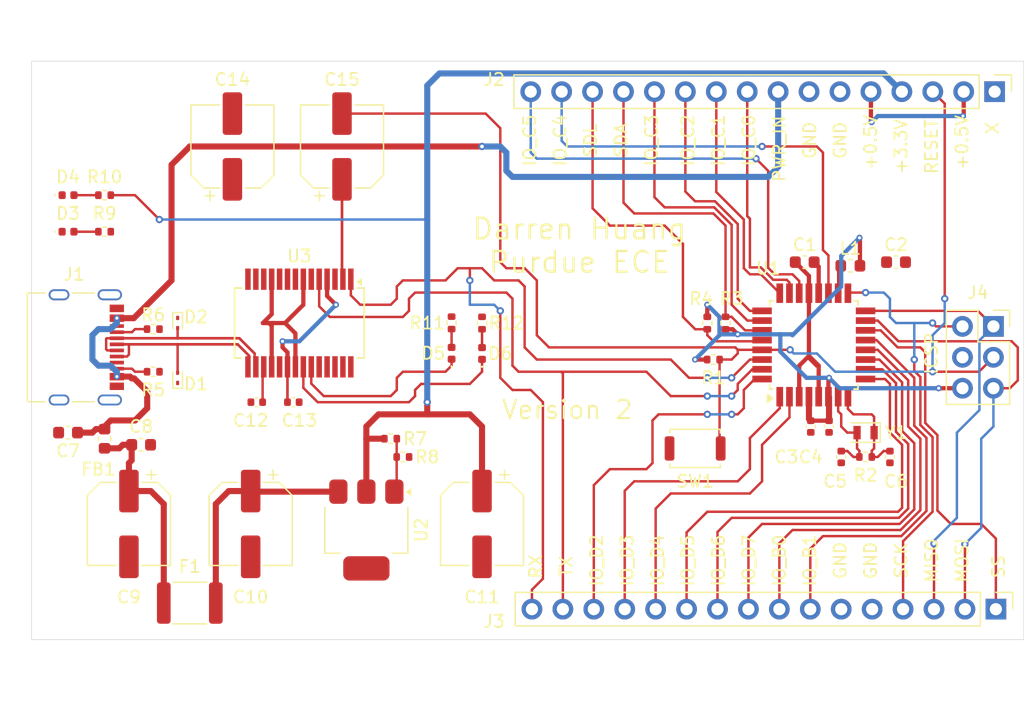
<source format=kicad_pcb>
(kicad_pcb (version 20241229) (generator "pcbnew") (generator_version "9.0")
  (layers (0 "F.Cu" signal) (2 "B.Cu" signal) (13 "F.Paste" user) (15 "B.Paste" user) (5 "F.SilkS" user "F.Silkscreen") (7 "B.SilkS" user "B.Silkscreen") (1 "F.Mask" user) (3 "B.Mask" user) (25 "Edge.Cuts" user))
  (net 0 "")
  (net 1 "Net-(U1-AREF)")
  (net 2 "GND")
  (net 3 "+5V")
  (net 4 "OSC_1")
  (net 5 "OSC_2")
  (net 6 "PWR_IN")
  (net 7 "Net-(C8-Pad1)")
  (net 8 "+3.3V")
  (net 9 "Net-(U3-3V3OUT)")
  (net 10 "RESET")
  (net 11 "USART_DTR")
  (net 12 "USBC_D.P")
  (net 13 "USBC_D.N")
  (net 14 "Net-(D3-A)")
  (net 15 "Net-(D4-A)")
  (net 16 "Net-(D5-A)")
  (net 17 "Net-(D5-K)")
  (net 18 "Net-(D6-K)")
  (net 19 "Net-(D6-A)")
  (net 20 "GPIO_C2")
  (net 21 "I2C_SDA")
  (net 22 "GPIO_C5")
  (net 23 "GPIO_C0")
  (net 24 "I2C_SCL")
  (net 26 "GPIO_C3")
  (net 27 "GPIO_C1")
  (net 28 "GPIO_C4")
  (net 29 "USART_RXD")
  (net 30 "GPIO_D2")
  (net 31 "GPIO_D6")
  (net 32 "USART_TXD")
  (net 33 "GPIO_B1")
  (net 34 "GPIO_D4")
  (net 35 "GPIO_D5")
  (net 36 "SPI_SS")
  (net 37 "SPI_SCK")
  (net 38 "GPIO_B0")
  (net 39 "GPIO_D3")
  (net 40 "GPIO_D7")
  (net 41 "SPI_MISO")
  (net 42 "SPI_MOSI")
  (net 43 "Net-(U1-AVCC)")
  (net 44 "Net-(U2-ADJ)")
  (net 55 "Net-(J1-CC2)")
  (net 57 "Net-(J1-CC1)")
  (footprint "Package_TO_SOT_SMD:SOT-223-3_TabPin2" (layer "F.Cu") (at 129.5 138 -90)
    (property "Reference" "U2")
    (property "Value" "LM1117MP-ADJ")
  )
  (footprint "Button_Switch_SMD:SW_Push_SPST_NO_Alps_SKRK" (layer "F.Cu") (at 156.5 131.3 180)
    (property "Reference" "SW1")
    (property "Value" "SW_Push")
  )
  (footprint "Capacitor_SMD:C_0402_1005Metric" (layer "F.Cu") (at 172.5 132 -90)
    (property "Reference" "C6")
    (property "Value" "18p")
  )
  (footprint "Capacitor_SMD:CP_Elec_6.3x7.7" (layer "F.Cu") (at 139 137.5 -90)
    (property "Reference" "C11")
    (property "Value" ".1u")
  )
  (footprint "Capacitor_SMD:C_0603_1608Metric" (layer "F.Cu") (at 105 130 180)
    (property "Reference" "C7")
    (property "Value" ".01u")
  )
  (footprint "Connector_USB:USB_C_Receptacle_Palconn_UTC16-G" (layer "F.Cu") (at 106.5 123 -90)
    (property "Reference" "J1")
    (property "Value" "USB_C_Receptacle_USB2.0_16P")
  )
  (footprint "Crystal:Crystal_SMD_2012-2Pin_2.0x1.2mm" (layer "F.Cu") (at 170.5 130 180)
    (property "Reference" "Y1")
    (property "Value" "16MHz")
  )
  (footprint "LED_SMD:LED_0402_1005Metric" (layer "F.Cu") (at 136.5 123.485 90)
    (property "Reference" "D5")
    (property "Value" "TX_LED")
  )
  (footprint "Connector_PinHeader_2.54mm:PinHeader_1x16_P2.54mm_Vertical" (layer "F.Cu") (at 181.2 144.5 -90)
    (property "Reference" "J3")
    (property "Value" "Conn_01x16_Socket")
  )
  (footprint "LED_SMD:LED_0402_1005Metric" (layer "F.Cu") (at 105 110.5)
    (property "Reference" "D4")
    (property "Value" "LED")
  )
  (footprint "Resistor_SMD:R_0402_1005Metric" (layer "F.Cu") (at 112 125)
    (property "Reference" "R5")
    (property "Value" "5.1k")
  )
  (footprint "Resistor_SMD:R_0402_1005Metric" (layer "F.Cu") (at 112 121.5)
    (property "Reference" "R6")
    (property "Value" "5.1k")
  )
  (footprint "Diode_SMD:D_SOD-923" (layer "F.Cu") (at 114 121 -90)
    (property "Reference" "D2")
    (property "Value" "ESD9B5.0ST5G")
  )
  (footprint "Resistor_SMD:R_0402_1005Metric" (layer "F.Cu") (at 157.5 121 -90)
    (property "Reference" "R4")
    (property "Value" "R")
  )
  (footprint "Capacitor_SMD:C_0603_1608Metric" (layer "F.Cu") (at 165.5 116)
    (property "Reference" "C1")
    (property "Value" ".1u")
  )
  (footprint "Connector_PinSocket_2.54mm:PinSocket_2x03_P2.54mm_Vertical" (layer "F.Cu") (at 181 121.275)
    (property "Reference" "J4")
    (property "Value" "ISCP")
  )
  (footprint "Capacitor_SMD:C_0603_1608Metric" (layer "F.Cu") (at 173 116)
    (property "Reference" "C2")
    (property "Value" ".1u")
  )
  (footprint "Resistor_SMD:R_0402_1005Metric" (layer "F.Cu") (at 136.5 120.985 90)
    (property "Reference" "R11")
    (property "Value" "150")
  )
  (footprint "Capacitor_SMD:CP_Elec_6.3x7.7" (layer "F.Cu") (at 120 137.5 -90)
    (property "Reference" "C10")
    (property "Value" "10u")
  )
  (footprint "Capacitor_SMD:C_0402_1005Metric" (layer "F.Cu") (at 123.5 127.5)
    (property "Reference" "C13")
    (property "Value" ".1u")
  )
  (footprint "Inductor_SMD:L_0603_1608Metric" (layer "F.Cu") (at 108 130.5 -90)
    (property "Reference" "FB1")
    (property "Value" "120")
  )
  (footprint "Resistor_SMD:R_0402_1005Metric" (layer "F.Cu") (at 139 121 90)
    (property "Reference" "R12")
    (property "Value" "150")
  )
  (footprint "Capacitor_SMD:C_0402_1005Metric" (layer "F.Cu") (at 166 129.5 90)
    (property "Reference" "C3")
    (property "Value" ".1u")
  )
  (footprint "LED_SMD:LED_0402_1005Metric" (layer "F.Cu") (at 139 123.5 90)
    (property "Reference" "D6")
    (property "Value" "RX_LED")
  )
  (footprint "Resistor_SMD:R_0402_1005Metric" (layer "F.Cu") (at 170.5 132)
    (property "Reference" "R2")
    (property "Value" "1M")
  )
  (footprint "Diode_SMD:D_SOD-923" (layer "F.Cu") (at 114 125.5 90)
    (property "Reference" "D1")
    (property "Value" "ESD9B5.0ST5G")
  )
  (footprint "Package_QFP:TQFP-32_7x7mm_P0.8mm" (layer "F.Cu") (at 166.25 122.8 90)
    (property "Reference" "U1")
    (property "Value" "ATmega328P-A")
  )
  (footprint "Resistor_SMD:R_0402_1005Metric" (layer "F.Cu") (at 159 121 90)
    (property "Reference" "R3")
    (property "Value" "R")
  )
  (footprint "Resistor_SMD:R_0402_1005Metric" (layer "F.Cu") (at 108 110.5 180)
    (property "Reference" "R10")
    (property "Value" "70")
  )
  (footprint "Capacitor_SMD:CP_Elec_6.3x7.7" (layer "F.Cu") (at 118.5 106.5 90)
    (property "Reference" "C14")
    (property "Value" "4.7u")
  )
  (footprint "Capacitor_SMD:CP_Elec_6.3x7.7" (layer "F.Cu") (at 127.5 106.5 90)
    (property "Reference" "C15")
    (property "Value" ".1u")
  )
  (footprint "Capacitor_SMD:C_0603_1608Metric" (layer "F.Cu") (at 111 131)
    (property "Reference" "C8")
    (property "Value" ".1u")
  )
  (footprint "Connector_PinHeader_2.54mm:PinHeader_1x16_P2.54mm_Vertical" (layer "F.Cu") (at 181.1 102 -90)
    (property "Reference" "J2")
    (property "Value" "Conn_01x16_Socket")
  )
  (footprint "Capacitor_SMD:C_0402_1005Metric" (layer "F.Cu") (at 167.5 129.5 90)
    (property "Reference" "C4")
    (property "Value" ".1u")
  )
  (footprint "LED_SMD:LED_0402_1005Metric" (layer "F.Cu") (at 105 113.5)
    (property "Reference" "D3")
    (property "Value" "LED")
  )
  (footprint "Resistor_SMD:R_0402_1005Metric" (layer "F.Cu") (at 132.5 132)
    (property "Reference" "R8")
    (property "Value" "200")
  )
  (footprint "Package_SO:SSOP-28_5.3x10.2mm_P0.65mm" (layer "F.Cu") (at 124 121 -90)
    (property "Reference" "U3")
    (property "Value" "FT232RL")
  )
  (footprint "Capacitor_SMD:C_0402_1005Metric" (layer "F.Cu") (at 168.5 132 -90)
    (property "Reference" "C5")
    (property "Value" "18p")
  )
  (footprint "Resistor_SMD:R_0402_1005Metric" (layer "F.Cu") (at 131.49 130.5)
    (property "Reference" "R7")
    (property "Value" "121")
  )
  (footprint "Capacitor_SMD:C_0402_1005Metric" (layer "F.Cu") (at 120.5 127.5 180)
    (property "Reference" "C12")
    (property "Value" ".1u")
  )
  (footprint "Inductor_SMD:L_0603_1608Metric" (layer "F.Cu") (at 169.25 116.3)
    (property "Reference" "L1")
    (property "Value" "10u")
  )
  (footprint "Capacitor_SMD:CP_Elec_6.3x7.7" (layer "F.Cu") (at 110 137.5 -90)
    (property "Reference" "C9")
    (property "Value" "4.7u")
  )
  (footprint "Resistor_SMD:R_0402_1005Metric" (layer "F.Cu") (at 158 124)
    (property "Reference" "R1")
    (property "Value" "10k")
  )
  (footprint "Resistor_SMD:R_0402_1005Metric" (layer "F.Cu") (at 108 113.5 180)
    (property "Reference" "R9")
    (property "Value" "155")
  )
  (footprint "Fuse:Fuse_1812_4532Metric" (layer "F.Cu") (at 115 144)
    (property "Reference" "F1")
    (property "Value" "500mA")
  )
  (gr_poly (pts (xy 102 99.5) (xy 102 147) (xy 183.5 147) (xy 183.5 99.5)) (stroke (width 0.05)) (fill no) (layer "Edge.Cuts"))
  (gr_text "IO_D7" (at 161.5 140.5 90) (layer "F.SilkS") (effects (font (size 1 1)) (justify bottom)))
  (gr_text "SCK\n" (at 174 140.5 90) (layer "F.SilkS") (effects (font (size 1 1)) (justify bottom)))
  (gr_text "+0.5V" (at 171.5 108.5 90) (layer "F.SilkS") (effects (font (size 1 1)) (justify left bottom)))
  (gr_text "TX" (at 146.5 141 90) (layer "F.SilkS") (effects (font (size 1 1)) (justify bottom)))
  (gr_text "IO_D5" (at 156.5 140.5 90) (layer "F.SilkS") (effects (font (size 1 1)) (justify bottom)))
  (gr_text "GND\n" (at 171.5 140.5 90) (layer "F.SilkS") (effects (font (size 1 1)) (justify bottom)))
  (gr_text "IO_C4" (at 146 106 90) (layer "F.SilkS") (effects (font (size 1 1)) (justify bottom)))
  (gr_text "IO_C2" (at 156.5 106 90) (layer "F.SilkS") (effects (font (size 1 1)) (justify bottom)))
  (gr_text "MOSI" (at 179 140.5 90) (layer "F.SilkS") (effects (font (size 1 1)) (justify bottom)))
  (gr_text "+3.3V" (at 174 106.5 90) (layer "F.SilkS") (effects (font (size 1 1)) (justify bottom)))
  (gr_text "IO_C3" (at 153.5 106 90) (layer "F.SilkS") (effects (font (size 1 1)) (justify bottom)))
  (gr_text "IO_D6" (at 159 140.5 90) (layer "F.SilkS") (effects (font (size 1 1)) (justify bottom)))
  (gr_text "PWR_IN" (at 164 109.5 90) (layer "F.SilkS") (effects (font (size 1 1)) (justify left bottom)))
  (gr_text "ICSP" (at 176.5 123.5 90) (layer "F.SilkS") (effects (font (size 1 1)) (justify bottom)))
  (gr_text "IO_D2" (at 149 140.5 90) (layer "F.SilkS") (effects (font (size 1 1)) (justify bottom)))
  (gr_text "RESET" (at 176.5 106.5 90) (layer "F.SilkS") (effects (font (size 1 1)) (justify bottom)))
  (gr_text "+0.5V" (at 179 108.5 90) (layer "F.SilkS") (effects (font (size 1 1)) (justify left bottom)))
  (gr_text "Version 2" (at 146 129 0) (layer "F.SilkS") (effects (font (size 1.5 1.5) (thickness 0.175)) (justify bottom)))
  (gr_text "IO_C5" (at 143.5 106 90) (layer "F.SilkS") (effects (font (size 1 1)) (justify bottom)))
  (gr_text "GND" (at 166.5 106 90) (layer "F.SilkS") (effects (font (size 1 1)) (justify bottom)))
  (gr_text "SS" (at 182 141 90) (layer "F.SilkS") (effects (font (size 1 1)) (justify bottom)))
  (gr_text "IO_C0" (at 161.5 106 90) (layer "F.SilkS") (effects (font (size 1 1)) (justify bottom)))
  (gr_text "SDL\n" (at 148.5 106 90) (layer "F.SilkS") (effects (font (size 1 1)) (justify bottom)))
  (gr_text "IO_C1" (at 159 106 90) (layer "F.SilkS") (effects (font (size 1 1)) (justify bottom)))
  (gr_text "IO_D3" (at 151.5 140.5 90) (layer "F.SilkS") (effects (font (size 1 1)) (justify bottom)))
  (gr_text "SDA" (at 151 106 90) (layer "F.SilkS") (effects (font (size 1 1)) (justify bottom)))
  (gr_text "RX" (at 144 141 90) (layer "F.SilkS") (effects (font (size 1 1)) (justify bottom)))
  (gr_text "MISO" (at 176.5 140.5 90) (layer "F.SilkS") (effects (font (size 1 1)) (justify bottom)))
  (gr_text "Darren Huang\nPurdue ECE" (at 147 117 0) (layer "F.SilkS") (effects (font (size 1.7 1.7) (thickness 0.19)) (justify bottom)))
  (gr_text "GND\n" (at 169 140.5 90) (layer "F.SilkS") (effects (font (size 1 1)) (justify bottom)))
  (gr_text "GND" (at 169 106 90) (layer "F.SilkS") (effects (font (size 1 1)) (justify bottom)))
  (gr_text "IO_B1" (at 166.5 140.5 90) (layer "F.SilkS") (effects (font (size 1 1)) (justify bottom)))
  (gr_text "IO_B0" (at 164 140.5 90) (layer "F.SilkS") (effects (font (size 1 1)) (justify bottom)))
  (gr_text "X" (at 181.5 105 90) (layer "F.SilkS") (effects (font (size 1 1)) (justify bottom)))
  (gr_text "IO_D4" (at 154 140.5 90) (layer "F.SilkS") (effects (font (size 1 1)) (justify bottom)))
  (segment (start 166.65 116.375) (end 166.275 116) (width 0.35) (layer "F.Cu") (net 1))
  (segment (start 166.65 118.55) (end 166.65 116.375) (width 0.35) (layer "F.Cu") (net 1))
  (segment (start 121.725 121.225) (end 121.5 121) (width 0.35) (layer "F.Cu") (net 2))
  (segment (start 165.85 123.7) (end 165.05 124.5) (width 0.35) (layer "F.Cu") (net 2))
  (segment (start 166.65 124.5) (end 165.85 123.7) (width 0.35) (layer "F.Cu") (net 2))
  (segment (start 165.85 123.7) (end 165.85 123.85) (width 0.35) (layer "F.Cu") (net 2))
  (segment (start 123.675 121.85) (end 122.825 121) (width 0.35) (layer "F.Cu") (net 2))
  (segment (start 124.325 119.5) (end 122.825 121) (width 0.35) (layer "F.Cu") (net 2))
  (segment (start 166.65 127.05) (end 166.65 124.5) (width 0.35) (layer "F.Cu") (net 2))
  (segment (start 121.725 120.275) (end 121.725 117.4) (width 0.35) (layer "F.Cu") (net 2))
  (segment (start 121 121) (end 121.725 120.275) (width 0.35) (layer "F.Cu") (net 2))
  (segment (start 165.85 117.125) (end 164.725 116) (width 0.35) (layer "F.Cu") (net 2))
  (segment (start 165.85 118.55) (end 165.85 117.125) (width 0.35) (layer "F.Cu") (net 2))
  (segment (start 165.85 118.55) (end 165.85 123.7) (width 0.35) (layer "F.Cu") (net 2))
  (segment (start 165.05 127.05) (end 165.05 124.5) (width 0.35) (layer "F.Cu") (net 2))
  (segment (start 121.725 124.6) (end 121.725 121.225) (width 0.35) (layer "F.Cu") (net 2))
  (segment (start 123.675 124.6) (end 123.675 121.85) (width 0.35) (layer "F.Cu") (net 2))
  (segment (start 122.825 121) (end 121.5 121) (width 0.35) (layer "F.Cu") (net 2))
  (segment (start 165.85 123.85) (end 166.5 124.5) (width 0.35) (layer "F.Cu") (net 2))
  (segment (start 121.5 121) (end 121 121) (width 0.35) (layer "F.Cu") (net 2))
  (segment (start 124.325 117.4) (end 124.325 119.5) (width 0.35) (layer "F.Cu") (net 2))
  (segment (start 170.94 104.44) (end 171 104.5) (width 0.35) (layer "F.Cu") (net 3))
  (segment (start 166 129.02) (end 165.85 128.87) (width 0.5) (layer "F.Cu") (net 3))
  (segment (start 166 129.02) (end 167.5 129.02) (width 0.35) (layer "F.Cu") (net 3))
  (segment (start 167.5 129.02) (end 167.5 127.1) (width 0.5) (layer "F.Cu") (net 3))
  (segment (start 170.94 102) (end 170.94 104.44) (width 0.35) (layer "F.Cu") (net 3))
  (segment (start 123.02 127.5) (end 123.02 124.605) (width 0.2177) (layer "F.Cu") (net 3))
  (segment (start 123.02 124.605) (end 123.025 124.6) (width 0.2177) (layer "F.Cu") (net 3))
  (segment (start 165.85 128.87) (end 165.85 127.05) (width 0.5) (layer "F.Cu") (net 3))
  (segment (start 117.1375 135.8625) (end 117.1375 144) (width 0.5) (layer "F.Cu") (net 3))
  (segment (start 159 121.51) (end 159.585 121.51) (width 0.35) (layer "F.Cu") (net 3))
  (segment (start 126.275 118.775) (end 127 119.5) (width 0.35) (layer "F.Cu") (net 3))
  (segment (start 178.56 102) (end 178.56 103.94) (width 0.35) (layer "F.Cu") (net 3))
  (segment (start 157.5 120.49) (end 157.5 119.5) (width 0.35) (layer "F.Cu") (net 3))
  (segment (start 167.45 125.55) (end 167.5 125.5) (width 0.35) (layer "F.Cu") (net 3))
  (segment (start 170.0375 114.0375) (end 170 114) (width 0.35) (layer "F.Cu") (net 3))
  (segment (start 120 134.8) (end 120.3 134.8) (width 0.5) (layer "F.Cu") (net 3))
  (segment (start 126.275 117.4) (end 126.275 118.775) (width 0.35) (layer "F.Cu") (net 3))
  (segment (start 120.3 134.8) (end 120.35 134.85) (width 0.5) (layer "F.Cu") (net 3))
  (segment (start 120.35 134.85) (end 127.2 134.85) (width 0.5) (layer "F.Cu") (net 3))
  (segment (start 167.45 127.05) (end 167.45 125.55) (width 0.35) (layer "F.Cu") (net 3))
  (segment (start 123.025 123.408884) (end 123.025 124.6) (width 0.35) (layer "F.Cu") (net 3))
  (segment (start 178.46 126.355) (end 176.5 126.355) (width 0.35) (layer "F.Cu") (net 3))
  (segment (start 122.616116 123) (end 123.025 123.408884) (width 0.35) (layer "F.Cu") (net 3))
  (segment (start 120 134.8) (end 118.2 134.8) (width 0.5) (layer "F.Cu") (net 3))
  (segment (start 170.0375 116.3) (end 170.0375 114.0375) (width 0.35) (layer "F.Cu") (net 3))
  (segment (start 118.2 134.8) (end 117.1375 135.8625) (width 0.5) (layer "F.Cu") (net 3))
  (segment (start 157.49 124) (end 156.5 124) (width 0.35) (layer "F.Cu") (net 3))
  (segment (start 122.616116 122.5) (end 122.616116 123) (width 0.35) (layer "F.Cu") (net 3))
  (segment (start 167.5 127.1) (end 167.45 127.05) (width 0.5) (layer "F.Cu") (net 3))
  (segment (start 159.585 121.51) (end 160 121.925) (width 0.35) (layer "F.Cu") (net 3))
  (segment (start 178.56 103.94) (end 178.5 104) (width 0.35) (layer "F.Cu") (net 3))
  (via (at 122.616116 122.5) (size 0.5) (drill 0.25) (layers "F.Cu" "B.Cu") (net 3))
  (via (at 171 104.5) (size 0.5) (drill 0.25) (layers "F.Cu" "B.Cu") (net 3))
  (via (at 157.5 119.5) (size 0.5) (drill 0.25) (layers "F.Cu" "B.Cu") (net 3))
  (via (at 156.5 124) (size 0.5) (drill 0.25) (layers "F.Cu" "B.Cu") (net 3))
  (via (at 178.5 104) (size 0.5) (drill 0.25) (layers "F.Cu" "B.Cu") (net 3))
  (via (at 160 121.925) (size 0.5) (drill 0.25) (layers "F.Cu" "B.Cu") (net 3))
  (via (at 167.5 125.5) (size 0.5) (drill 0.25) (layers "F.Cu" "B.Cu") (net 3))
  (via (at 127 119.5) (size 0.5) (drill 0.25) (layers "F.Cu" "B.Cu") (net 3))
  (via (at 176.5 126.355) (size 0.5) (drill 0.25) (layers "F.Cu" "B.Cu") (net 3))
  (via (at 170 114) (size 0.5) (drill 0.25) (layers "F.Cu" "B.Cu") (net 3))
  (segment (start 163.5 121.925) (end 164.425 121.925) (width 0.35) (layer "B.Cu") (net 3))
  (segment (start 178.5 104) (end 171.5 104) (width 0.35) (layer "B.Cu") (net 3))
  (segment (start 168.5 115.5) (end 170 114) (width 0.35) (layer "B.Cu") (net 3))
  (segment (start 167.5 125.5) (end 165.645405 125.5) (width 0.35) (layer "B.Cu") (net 3))
  (segment (start 164.5 122) (end 168.5 118) (width 0.35) (layer "B.Cu") (net 3))
  (segment (start 158.5 122) (end 158.575 121.925) (width 0.35) (layer "B.Cu") (net 3))
  (segment (start 156.5 124) (end 158.5 122) (width 0.35) (layer "B.Cu") (net 3))
  (segment (start 164.425 121.925) (end 164.5 122) (width 0.35) (layer "B.Cu") (net 3))
  (segment (start 124 122.5) (end 127 119.5) (width 0.35) (layer "B.Cu") (net 3))
  (segment (start 176.5 126.355) (end 168.355 126.355) (width 0.35) (layer "B.Cu") (net 3))
  (segment (start 160 121.925) (end 163.5 121.925) (width 0.35) (layer "B.Cu") (net 3))
  (segment (start 168.355 126.355) (end 167.5 125.5) (width 0.35) (layer "B.Cu") (net 3))
  (segment (start 163.5 123.354595) (end 163.5 121.925) (width 0.35) (layer "B.Cu") (net 3))
  (segment (start 171.5 104) (end 171 104.5) (width 0.35) (layer "B.Cu") (net 3))
  (segment (start 122.616116 122.5) (end 124 122.5) (width 0.35) (layer "B.Cu") (net 3))
  (segment (start 165.645405 125.5) (end 163.5 123.354595) (width 0.35) (layer "B.Cu") (net 3))
  (segment (start 157.5 119.5) (end 158.5 120.5) (width 0.35) (layer "B.Cu") (net 3))
  (segment (start 158.5 120.5) (end 158.5 122) (width 0.35) (layer "B.Cu") (net 3))
  (segment (start 168.5 118) (end 168.5 115.5) (width 0.35) (layer "B.Cu") (net 3))
  (segment (start 158.575 121.925) (end 160 121.925) (width 0.35) (layer "B.Cu") (net 3))
  (segment (start 168.5 128.5) (end 168.25 128.25) (width 0.2) (layer "F.Cu") (net 4))
  (segment (start 169.8 130) (end 169 130) (width 0.2) (layer "F.Cu") (net 4))
  (segment (start 169.99 131.51) (end 170 131.5) (width 0.2) (layer "F.Cu") (net 4))
  (segment (start 168.25 128.25) (end 168.25 127.05) (width 0.2) (layer "F.Cu") (net 4))
  (segment (start 168.98 131.52) (end 168.5 131.52) (width 0.2) (layer "F.Cu") (net 4))
  (segment (start 168.5 129.5) (end 168.5 128.5) (width 0.2) (layer "F.Cu") (net 4))
  (segment (start 169.5 132) (end 169 131.5) (width 0.2) (layer "F.Cu") (net 4))
  (segment (start 170 131.5) (end 169.8 131.3) (width 0.2) (layer "F.Cu") (net 4))
  (segment (start 169.99 132) (end 169.5 132) (width 0.2) (layer "F.Cu") (net 4))
  (segment (start 169 130) (end 168.5 129.5) (width 0.2) (layer "F.Cu") (net 4))
  (segment (start 169.8 131.3) (end 169.8 130) (width 0.2) (layer "F.Cu") (net 4))
  (segment (start 169.99 132) (end 169.99 131.51) (width 0.2) (layer "F.Cu") (net 4))
  (segment (start 169 131.5) (end 168.98 131.52) (width 0.2) (layer "F.Cu") (net 4))
  (segment (start 171.5 132) (end 172 131.5) (width 0.2) (layer "F.Cu") (net 5))
  (segment (start 172.02 131.52) (end 172.5 131.52) (width 0.2) (layer "F.Cu") (net 5))
  (segment (start 171 131.5) (end 171.2 131.3) (width 0.2) (layer "F.Cu") (net 5))
  (segment (start 171.2 128.7) (end 171 128.5) (width 0.2) (layer "F.Cu") (net 5))
  (segment (start 172 131.5) (end 172.02 131.52) (width 0.2) (layer "F.Cu") (net 5))
  (segment (start 169.5 128.5) (end 169.05 128.05) (width 0.2) (layer "F.Cu") (net 5))
  (segment (start 171.01 132) (end 171.01 131.51) (width 0.2) (layer "F.Cu") (net 5))
  (segment (start 171 128.5) (end 169.5 128.5) (width 0.2) (layer "F.Cu") (net 5))
  (segment (start 171.01 132) (end 171.5 132) (width 0.2) (layer "F.Cu") (net 5))
  (segment (start 171.01 131.51) (end 171 131.5) (width 0.2) (layer "F.Cu") (net 5))
  (segment (start 169.05 128.05) (end 169.05 127.05) (width 0.2) (layer "F.Cu") (net 5))
  (segment (start 171.2 131.3) (end 171.2 130) (width 0.2) (layer "F.Cu") (net 5))
  (segment (start 171.2 130) (end 171.2 128.7) (width 0.2) (layer "F.Cu") (net 5))
  (segment (start 110.433884 125.55) (end 110.24 125.55) (width 0.5) (layer "F.Cu") (net 6))
  (segment (start 105.775 130) (end 107 130) (width 0.5) (layer "F.Cu") (net 6))
  (segment (start 110.5 129) (end 108.5 129) (width 0.5) (layer "F.Cu") (net 6))
  (segment (start 110.09 125.4) (end 109.01 125.4) (width 0.5) (layer "F.Cu") (net 6))
  (segment (start 111.5 126.616116) (end 111.5 128) (width 0.5) (layer "F.Cu") (net 6))
  (segment (start 110.433884 125.55) (end 111.5 126.616116) (width 0.5) (layer "F.Cu") (net 6))
  (segment (start 108.5 129) (end 108 129.5) (width 0.5) (layer "F.Cu") (net 6))
  (segment (start 110.4 120.6) (end 109.01 120.6) (width 0.5) (layer "F.Cu") (net 6))
  (segment (start 107.2875 129.7125) (end 108 129.7125) (width 0.5) (layer "F.Cu") (net 6))
  (segment (start 111.5 128) (end 110.5 129) (width 0.5) (layer "F.Cu") (net 6))
  (segment (start 110.4 120.6) (end 113.5 117.5) (width 0.5) (layer "F.Cu") (net 6))
  (segment (start 110.24 125.55) (end 110.09 125.4) (width 0.5) (layer "F.Cu") (net 6))
  (segment (start 115 106.5) (end 139 106.5) (width 0.5) (layer "F.Cu") (net 6))
  (segment (start 107 130) (end 107.2875 129.7125) (width 0.5) (layer "F.Cu") (net 6))
  (segment (start 113.5 108) (end 115 106.5) (width 0.5) (layer "F.Cu") (net 6))
  (segment (start 108 129.5) (end 108 129.7125) (width 0.5) (layer "F.Cu") (net 6))
  (segment (start 113.5 117.5) (end 113.5 108) (width 0.5) (layer "F.Cu") (net 6))
  (via (at 139 106.5) (size 0.6) (drill 0.3) (layers "F.Cu" "B.Cu") (net 6))
  (via (at 109.01 125.4) (size 0.5) (drill 0.25) (layers "F.Cu" "B.Cu") (net 6))
  (via (at 109.01 120.6) (size 0.5) (drill 0.25) (layers "F.Cu" "B.Cu") (net 6))
  (segment (start 163.32 108.18) (end 163.32 102) (width 0.5) (layer "B.Cu") (net 6))
  (segment (start 141 108.5) (end 141.5 109) (width 0.5) (layer "B.Cu") (net 6))
  (segment (start 141.5 109) (end 162.5 109) (width 0.5) (layer "B.Cu") (net 6))
  (segment (start 108.5 124.5) (end 107.5 124.5) (width 0.5) (layer "B.Cu") (net 6))
  (segment (start 108.5 121.5) (end 109.01 120.99) (width 0.5) (layer "B.Cu") (net 6))
  (segment (start 109.01 125.01) (end 108.5 124.5) (width 0.5) (layer "B.Cu") (net 6))
  (segment (start 162.5 109) (end 163.32 108.18) (width 0.5) (layer "B.Cu") (net 6))
  (segment (start 140.5 106.5) (end 141 107) (width 0.5) (layer "B.Cu") (net 6))
  (segment (start 107 122) (end 107.5 121.5) (width 0.5) (layer "B.Cu") (net 6))
  (segment (start 139 106.5) (end 140.5 106.5) (width 0.5) (layer "B.Cu") (net 6))
  (segment (start 109.01 120.99) (end 109.01 120.6) (width 0.5) (layer "B.Cu") (net 6))
  (segment (start 141 107) (end 141 108.5) (width 0.5) (layer "B.Cu") (net 6))
  (segment (start 107.5 124.5) (end 107 124) (width 0.5) (layer "B.Cu") (net 6))
  (segment (start 109.01 125.4) (end 109.01 125.01) (width 0.5) (layer "B.Cu") (net 6))
  (segment (start 107 124) (end 107 122) (width 0.5) (layer "B.Cu") (net 6))
  (segment (start 107.5 121.5) (end 108.5 121.5) (width 0.5) (layer "B.Cu") (net 6))
  (segment (start 110.225 132.275) (end 110.225 131) (width 0.5) (layer "F.Cu") (net 7))
  (segment (start 110 132.5) (end 110.225 132.275) (width 0.5) (layer "F.Cu") (net 7))
  (segment (start 110 134.8) (end 111.8 134.8) (width 0.5) (layer "F.Cu") (net 7))
  (segment (start 109.2125 131.2875) (end 108 131.2875) (width 0.5) (layer "F.Cu") (net 7))
  (segment (start 112.8625 135.8625) (end 112.8625 144) (width 0.5) (layer "F.Cu") (net 7))
  (segment (start 111.8 134.8) (end 112.8625 135.8625) (width 0.5) (layer "F.Cu") (net 7))
  (segment (start 109.5 131) (end 109.2125 131.2875) (width 0.5) (layer "F.Cu") (net 7))
  (segment (start 110.225 131) (end 109.5 131) (width 0.5) (layer "F.Cu") (net 7))
  (segment (start 110 134.8) (end 110 132.5) (width 0.5) (layer "F.Cu") (net 7))
  (segment (start 110.5 110.5) (end 112.5 112.5) (width 0.2) (layer "F.Cu") (net 8))
  (segment (start 139 129.5) (end 139 134.8) (width 0.5) (layer "F.Cu") (net 8))
  (segment (start 129.5 134.85) (end 129.5 130.5) (width 0.5) (layer "F.Cu") (net 8))
  (segment (start 134.5 128.5) (end 138 128.5) (width 0.5) (layer "F.Cu") (net 8))
  (segment (start 129.5 130.5) (end 129.5 129.5) (width 0.5) (layer "F.Cu") (net 8))
  (segment (start 134.5 128.5) (end 134.5 127.5) (width 0.5) (layer "F.Cu") (net 8))
  (segment (start 138 128.5) (end 139 129.5) (width 0.5) (layer "F.Cu") (net 8))
  (segment (start 130.98 130.5) (end 129.5 130.5) (width 0.5) (layer "F.Cu") (net 8))
  (segment (start 130.5 128.5) (end 134.5 128.5) (width 0.5) (layer "F.Cu") (net 8))
  (segment (start 108.51 110.5) (end 110.5 110.5) (width 0.2) (layer "F.Cu") (net 8))
  (segment (start 129.5 129.5) (end 130.5 128.5) (width 0.5) (layer "F.Cu") (net 8))
  (via (at 112.5 112.5) (size 0.6) (drill 0.3) (layers "F.Cu" "B.Cu") (net 8))
  (via (at 134.5 127.5) (size 0.6) (drill 0.3) (layers "F.Cu" "B.Cu") (net 8))
  (segment (start 134.5 127.5) (end 134.5 112.5) (width 0.5) (layer "B.Cu") (net 8))
  (segment (start 135.5 100.5) (end 171.98 100.5) (width 0.5) (layer "B.Cu") (net 8))
  (segment (start 171.98 100.5) (end 173.48 102) (width 0.5) (layer "B.Cu") (net 8))
  (segment (start 134.5 101.5) (end 135.5 100.5) (width 0.5) (layer "B.Cu") (net 8))
  (segment (start 112.5 112.5) (end 134.5 112.5) (width 0.2) (layer "B.Cu") (net 8))
  (segment (start 134.5 112.5) (end 134.5 101.5) (width 0.5) (layer "B.Cu") (net 8))
  (segment (start 120.98 124.695) (end 121.075 124.6) (width 0.2) (layer "F.Cu") (net 9))
  (segment (start 120.98 127.5) (end 120.98 124.695) (width 0.2) (layer "F.Cu") (net 9))
  (segment (start 177 119) (end 177 102.98) (width 0.2) (layer "F.Cu") (net 10))
  (segment (start 127.5 103.8) (end 139.3 103.8) (width 0.2) (layer "F.Cu") (net 10))
  (segment (start 143.5 117.5) (end 143.5 122) (width 0.2) (layer "F.Cu") (net 10))
  (segment (start 179.815 125) (end 176 125) (width 0.2) (layer "F.Cu") (net 10))
  (segment (start 141 116.5) (end 142.5 116.5) (width 0.2) (layer "F.Cu") (net 10))
  (segment (start 160 123.2) (end 162 123.2) (width 0.2) (layer "F.Cu") (net 10))
  (segment (start 177 102.98) (end 176.02 102) (width 0.2) (layer "F.Cu") (net 10))
  (segment (start 181 123.815) (end 179.815 125) (width 0.2) (layer "F.Cu") (net 10))
  (segment (start 143.5 122) (end 144.5 123) (width 0.2) (layer "F.Cu") (net 10))
  (segment (start 162 123.2) (end 164.3 123.2) (width 0.2) (layer "F.Cu") (net 10))
  (segment (start 139.3 103.8) (end 140.5 105) (width 0.2) (layer "F.Cu") (net 10))
  (segment (start 140.5 105) (end 140.5 116) (width 0.2) (layer "F.Cu") (net 10))
  (segment (start 144.5 123) (end 159.8 123) (width 0.2) (layer "F.Cu") (net 10))
  (segment (start 158.51 124) (end 159.5 124) (width 0.2) (layer "F.Cu") (net 10))
  (segment (start 158.51 131.21) (end 158.6 131.3) (width 0.2) (layer "F.Cu") (net 10))
  (segment (start 159.8 123) (end 160 123.2) (width 0.2) (layer "F.Cu") (net 10))
  (segment (start 159.5 124) (end 160 123.5) (width 0.2) (layer "F.Cu") (net 10))
  (segment (start 140.5 116) (end 141 116.5) (width 0.2) (layer "F.Cu") (net 10))
  (segment (start 158.51 124) (end 158.51 131.21) (width 0.2) (layer "F.Cu") (net 10))
  (segment (start 160 123.5) (end 160 123.2) (width 0.2) (layer "F.Cu") (net 10))
  (segment (start 142.5 116.5) (end 143.5 117.5) (width 0.2) (layer "F.Cu") (net 10))
  (via (at 176 125) (size 0.6) (drill 0.3) (layers "F.Cu" "B.Cu") (net 10))
  (via (at 177 119) (size 0.6) (drill 0.3) (layers "F.Cu" "B.Cu") (net 10))
  (via (at 164.3 123.2) (size 0.6) (drill 0.3) (layers "F.Cu" "B.Cu") (net 10))
  (segment (start 176 125) (end 168 125) (width 0.2) (layer "B.Cu") (net 10))
  (segment (start 166.5 123.5) (end 164.6 123.5) (width 0.2) (layer "B.Cu") (net 10))
  (segment (start 176 122) (end 177 121) (width 0.2) (layer "B.Cu") (net 10))
  (segment (start 164.6 123.5) (end 164.3 123.2) (width 0.2) (layer "B.Cu") (net 10))
  (segment (start 176 125) (end 176 122) (width 0.2) (layer "B.Cu") (net 10))
  (segment (start 177 121) (end 177 119) (width 0.2) (layer "B.Cu") (net 10))
  (segment (start 168 125) (end 166.5 123.5) (width 0.2) (layer "B.Cu") (net 10))
  (segment (start 127.5 109.2) (end 127.5 117.325) (width 0.2177) (layer "F.Cu") (net 11))
  (segment (start 127.5 117.325) (end 127.575 117.4) (width 0.2177) (layer "F.Cu") (net 11))
  (segment (start 119.875 123.85) (end 119.875 123.6932) (width 0.2) (layer "F.Cu") (net 12))
  (segment (start 109.01 122.75) (end 110 122.75) (width 0.2177) (layer "F.Cu") (net 12))
  (segment (start 114 125.08) (end 114 122.725) (width 0.2) (layer "F.Cu") (net 12))
  (segment (start 110 122.75) (end 118.9318 122.75) (width 0.2177) (layer "F.Cu") (net 12))
  (segment (start 109.01 123.75) (end 109.84 123.75) (width 0.2) (layer "F.Cu") (net 12))
  (segment (start 119.775 123.95) (end 119.875 123.85) (width 0.2) (layer "F.Cu") (net 12))
  (segment (start 110 123.59) (end 110 122.75) (width 0.2) (layer "F.Cu") (net 12))
  (segment (start 119.775 124.6) (end 119.775 123.95) (width 0.2) (layer "F.Cu") (net 12))
  (segment (start 118.9318 122.75) (end 119.875 123.6932) (width 0.2177) (layer "F.Cu") (net 12))
  (segment (start 109.84 123.75) (end 110 123.59) (width 0.2) (layer "F.Cu") (net 12))
  (segment (start 109.01 122.25) (end 119.0682 122.25) (width 0.2177) (layer "F.Cu") (net 13))
  (segment (start 114 121.42) (end 114 122.275) (width 0.2) (layer "F.Cu") (net 13))
  (segment (start 108.13 122.3) (end 108.18 122.25) (width 0.2) (layer "F.Cu") (net 13))
  (segment (start 120.425 123.95) (end 120.325 123.85) (width 0.2) (layer "F.Cu") (net 13))
  (segment (start 119.0682 122.25) (end 120.325 123.5068) (width 0.2177) (layer "F.Cu") (net 13))
  (segment (start 109.01 123.25) (end 108.23 123.25) (width 0.2) (layer "F.Cu") (net 13))
  (segment (start 120.425 124.6) (end 120.425 123.95) (width 0.2) (layer "F.Cu") (net 13))
  (segment (start 108.23 123.25) (end 108.13 123.15) (width 0.2) (layer "F.Cu") (net 13))
  (segment (start 120.325 123.85) (end 120.325 123.5068) (width 0.2) (layer "F.Cu") (net 13))
  (segment (start 108.13 123.15) (end 108.13 122.3) (width 0.2) (layer "F.Cu") (net 13))
  (segment (start 108.18 122.25) (end 109.01 122.25) (width 0.2) (layer "F.Cu") (net 13))
  (segment (start 105.485 113.5) (end 107.49 113.5) (width 0.2) (layer "F.Cu") (net 14))
  (segment (start 105.485 110.5) (end 107.49 110.5) (width 0.2) (layer "F.Cu") (net 15))
  (segment (start 136.5 123) (end 136.5 121.495) (width 0.2) (layer "F.Cu") (net 16))
  (segment (start 124.975 125.975) (end 124.975 124.6) (width 0.2) (layer "F.Cu") (net 17))
  (segment (start 126 127) (end 124.975 125.975) (width 0.2) (layer "F.Cu") (net 17))
  (segment (start 132 125.5) (end 132 126.5) (width 0.2) (layer "F.Cu") (net 17))
  (segment (start 136.5 123.97) (end 136.5 124.5) (width 0.2) (layer "F.Cu") (net 17))
  (segment (start 136 125) (end 132.5 125) (width 0.2) (layer "F.Cu") (net 17))
  (segment (start 136.5 124.5) (end 136 125) (width 0.2) (layer "F.Cu") (net 17))
  (segment (start 132.5 125) (end 132 125.5) (width 0.2) (layer "F.Cu") (net 17))
  (segment (start 132 126.5) (end 131.5 127) (width 0.2) (layer "F.Cu") (net 17))
  (segment (start 131.5 127) (end 126 127) (width 0.2) (layer "F.Cu") (net 17))
  (segment (start 139 123.985) (end 139 125) (width 0.2) (layer "F.Cu") (net 18))
  (segment (start 125.5 127.5) (end 124.325 126.325) (width 0.2) (layer "F.Cu") (net 18))
  (segment (start 133 127.5) (end 125.5 127.5) (width 0.2) (layer "F.Cu") (net 18))
  (segment (start 138 126) (end 134 126) (width 0.2) (layer "F.Cu") (net 18))
  (segment (start 124.325 126.325) (end 124.325 124.6) (width 0.2) (layer "F.Cu") (net 18))
  (segment (start 134 126) (end 133.5 126.5) (width 0.2) (layer "F.Cu") (net 18))
  (segment (start 139 125) (end 138 126) (width 0.2) (layer "F.Cu") (net 18))
  (segment (start 133.5 126.5) (end 133.5 127) (width 0.2) (layer "F.Cu") (net 18))
  (segment (start 133.5 127) (end 133 127.5) (width 0.2) (layer "F.Cu") (net 18))
  (segment (start 139 123.015) (end 139 121.51) (width 0.2) (layer "F.Cu") (net 19))
  (segment (start 155.7 110.2) (end 155.7 102) (width 0.2) (layer "F.Cu") (net 20))
  (segment (start 162 120) (end 161 120) (width 0.2) (layer "F.Cu") (net 20))
  (segment (start 160 119) (end 160 112.86863) (width 0.2) (layer "F.Cu") (net 20))
  (segment (start 156.5 111) (end 155.7 110.2) (width 0.2) (layer "F.Cu") (net 20))
  (segment (start 160 112.86863) (end 158.13137 111) (width 0.2) (layer "F.Cu") (net 20))
  (segment (start 158.13137 111) (end 156.5 111) (width 0.2) (layer "F.Cu") (net 20))
  (segment (start 161 120) (end 160 119) (width 0.2) (layer "F.Cu") (net 20))
  (segment (start 151.5 112) (end 150.62 111.12) (width 0.2) (layer "F.Cu") (net 21))
  (segment (start 160.6 121.6) (end 162 121.6) (width 0.2) (layer "F.Cu") (net 21))
  (segment (start 159 120.49) (end 159 113) (width 0.2) (layer "F.Cu") (net 21))
  (segment (start 158 112) (end 151.5 112) (width 0.2) (layer "F.Cu") (net 21))
  (segment (start 159 113) (end 158 112) (width 0.2) (layer "F.Cu") (net 21))
  (segment (start 159.49 120.49) (end 160.6 121.6) (width 0.2) (layer "F.Cu") (net 21))
  (segment (start 159 120.49) (end 159.49 120.49) (width 0.2) (layer "F.Cu") (net 21))
  (segment (start 150.62 111.12) (end 150.62 102) (width 0.2) (layer "F.Cu") (net 21))
  (segment (start 163.0342 117) (end 164.5 117) (width 0.2) (layer "F.Cu") (net 22))
  (segment (start 162.5 116.4658) (end 163.0342 117) (width 0.2) (layer "F.Cu") (net 22))
  (segment (start 162.5 108.5) (end 162.5 116.4658) (width 0.2) (layer "F.Cu") (net 22))
  (segment (start 164.5 117) (end 165.05 117.55) (width 0.2) (layer "F.Cu") (net 22))
  (segment (start 161.5 107.5) (end 162.5 108.5) (width 0.2) (layer "F.Cu") (net 22))
  (segment (start 165.05 117.55) (end 165.05 118.55) (width 0.2) (layer "F.Cu") (net 22))
  (via (at 161.5 107.5) (size 0.6) (drill 0.3) (layers "F.Cu" "B.Cu") (net 22))
  (segment (start 161.5 107.5) (end 143.5 107.5) (width 0.2) (layer "B.Cu") (net 22))
  (segment (start 143 107) (end 143 102) (width 0.2) (layer "B.Cu") (net 22))
  (segment (start 143.5 107.5) (end 143 107) (width 0.2) (layer "B.Cu") (net 22))
  (segment (start 161.9 116.4329) (end 161 116.4329) (width 0.2) (layer "F.Cu") (net 23))
  (segment (start 162.9161 117.449) (end 161.9 116.4329) (width 0.2) (layer "F.Cu") (net 23))
  (segment (start 160.901 112.3339) (end 160.78 112.2129) (width 0.2) (layer "F.Cu") (net 23))
  (segment (start 160.901 112.335314) (end 160.901 112.3339) (width 0.2) (layer "F.Cu") (net 23))
  (segment (start 164.25 117.673) (end 164.026 117.449) (width 0.2) (layer "F.Cu") (net 23))
  (segment (start 160.78 112.2129) (end 160.78 102) (width 0.2) (layer "F.Cu") (net 23))
  (segment (start 164.25 118.55) (end 164.25 117.673) (width 0.2) (layer "F.Cu") (net 23))
  (segment (start 164.026 117.449) (end 162.9161 117.449) (width 0.2) (layer "F.Cu") (net 23))
  (segment (start 161 112.434314) (end 160.901 112.335314) (width 0.2) (layer "F.Cu") (net 23))
  (segment (start 161 116.4329) (end 161 112.434314) (width 0.2) (layer "F.Cu") (net 23))
  (segment (start 156.51 121.51) (end 155.5 120.5) (width 0.2) (layer "F.Cu") (net 24))
  (segment (start 148.08 111.58) (end 148.08 102) (width 0.2) (layer "F.Cu") (net 24))
  (segment (start 149.5 113) (end 148.08 111.58) (width 0.2) (layer "F.Cu") (net 24))
  (segment (start 155.5 120.5) (end 155.5 114.5) (width 0.2) (layer "F.Cu") (net 24))
  (segment (start 161.9 122.5) (end 162 122.4) (width 0.2) (layer "F.Cu") (net 24))
  (segment (start 158 122.5) (end 161.9 122.5) (width 0.2) (layer "F.Cu") (net 24))
  (segment (start 154 113) (end 149.5 113) (width 0.2) (layer "F.Cu") (net 24))
  (segment (start 155.5 114.5) (end 154 113) (width 0.2) (layer "F.Cu") (net 24))
  (segment (start 157.5 121.51) (end 157.5 122) (width 0.2) (layer "F.Cu") (net 24))
  (segment (start 157.5 122) (end 158 122.5) (width 0.2) (layer "F.Cu") (net 24))
  (segment (start 157.5 121.51) (end 156.51 121.51) (width 0.2) (layer "F.Cu") (net 24))
  (segment (start 153.16 110.66) (end 154 111.5) (width 0.2) (layer "F.Cu") (net 26))
  (segment (start 153.16 102) (end 153.16 110.66) (width 0.2) (layer "F.Cu") (net 26))
  (segment (start 159.5 112.934315) (end 159.5 119.5) (width 0.2) (layer "F.Cu") (net 26))
  (segment (start 160.8 120.8) (end 162 120.8) (width 0.2) (layer "F.Cu") (net 26))
  (segment (start 159.5 119.5) (end 160.8 120.8) (width 0.2) (layer "F.Cu") (net 26))
  (segment (start 158.065685 111.5) (end 159.5 112.934315) (width 0.2) (layer "F.Cu") (net 26))
  (segment (start 154 111.5) (end 158.065685 111.5) (width 0.2) (layer "F.Cu") (net 26))
  (segment (start 160.5 112.5) (end 158.24 110.24) (width 0.2) (layer "F.Cu") (net 27))
  (segment (start 160.5 116.5) (end 160.5 112.5) (width 0.2) (layer "F.Cu") (net 27))
  (segment (start 161 117) (end 160.5 116.5) (width 0.2) (layer "F.Cu") (net 27))
  (segment (start 158.24 110.24) (end 158.24 102) (width 0.2) (layer "F.Cu") (net 27))
  (segment (start 163.45 118.55) (end 161.9 117) (width 0.2) (layer "F.Cu") (net 27))
  (segment (start 161.9 117) (end 161 117) (width 0.2) (layer "F.Cu") (net 27))
  (segment (start 167 107) (end 166.5 106.5) (width 0.2) (layer "F.Cu") (net 28))
  (segment (start 167.45 118.55) (end 167.45 115.45) (width 0.2) (layer "F.Cu") (net 28))
  (segment (start 166.5 106.5) (end 162 106.5) (width 0.2) (layer "F.Cu") (net 28))
  (segment (start 167.45 115.45) (end 167 115) (width 0.2) (layer "F.Cu") (net 28))
  (segment (start 167 115) (end 167 107) (width 0.2) (layer "F.Cu") (net 28))
  (via (at 162 106.5) (size 0.6) (drill 0.3) (layers "F.Cu" "B.Cu") (net 28))
  (segment (start 162 106.5) (end 146 106.5) (width 0.2) (layer "B.Cu") (net 28))
  (segment (start 146 106.5) (end 145.54 106.04) (width 0.2) (layer "B.Cu") (net 28))
  (segment (start 145.54 106.04) (end 145.54 102) (width 0.2) (layer "B.Cu") (net 28))
  (segment (start 132 119) (end 132 118) (width 0.2) (layer "F.Cu") (net 29))
  (segment (start 161 124) (end 159.5 125.5) (width 0.2) (layer "F.Cu") (net 29))
  (segment (start 157.5 125.5) (end 156 125.5) (width 0.2) (layer "F.Cu") (net 29))
  (segment (start 138 116.5) (end 137 116.5) (width 0.2) (layer "F.Cu") (net 29))
  (segment (start 143 126.5) (end 141.5 126.5) (width 0.2) (layer "F.Cu") (net 29))
  (segment (start 142.5 118) (end 142.5 123) (width 0.2) (layer "F.Cu") (net 29))
  (segment (start 138 117.5) (end 138 116.5) (width 0.2) (layer "F.Cu") (net 29))
  (segment (start 138 116.5) (end 139 116.5) (width 0.2) (layer "F.Cu") (net 29))
  (segment (start 139 116.5) (end 140 117.5) (width 0.2) (layer "F.Cu") (net 29))
  (segment (start 131.5 119.5) (end 132 119) (width 0.2) (layer "F.Cu") (net 29))
  (segment (start 136 117.5) (end 132.5 117.5) (width 0.2) (layer "F.Cu") (net 29))
  (segment (start 132.5 117.5) (end 132 118) (width 0.2) (layer "F.Cu") (net 29))
  (segment (start 144 142) (end 144 127.5) (width 0.2) (layer "F.Cu") (net 29))
  (segment (start 162 124) (end 161 124) (width 0.2) (layer "F.Cu") (net 29))
  (segment (start 140 117.5) (end 142 117.5) (width 0.2) (layer "F.Cu") (net 29))
  (segment (start 140.5 125.5) (end 140.5 120) (width 0.2) (layer "F.Cu") (net 29))
  (segment (start 137 116.5) (end 136 117.5) (width 0.2) (layer "F.Cu") (net 29))
  (segment (start 143.1 144.5) (end 143.1 142.9) (width 0.2) (layer "F.Cu") (net 29))
  (segment (start 143.1 142.9) (end 144 142) (width 0.2) (layer "F.Cu") (net 29))
  (segment (start 141.5 126.5) (end 140.5 125.5) (width 0.2) (layer "F.Cu") (net 29))
  (segment (start 129 119.5) (end 131.5 119.5) (width 0.2) (layer "F.Cu") (net 29))
  (segment (start 154.5 124) (end 143.5 124) (width 0.2) (layer "F.Cu") (net 29))
  (segment (start 142.5 123) (end 143.5 124) (width 0.2) (layer "F.Cu") (net 29))
  (segment (start 156 125.5) (end 154.5 124) (width 0.2) (layer "F.Cu") (net 29))
  (segment (start 144 127.5) (end 143 126.5) (width 0.2) (layer "F.Cu") (net 29))
  (segment (start 129 119.5) (end 128.225 118.725) (width 0.2) (layer "F.Cu") (net 29))
  (segment (start 128.225 118.725) (end 128.225 117.4) (width 0.2) (layer "F.Cu") (net 29))
  (segment (start 142 117.5) (end 142.5 118) (width 0.2) (layer "F.Cu") (net 29))
  (via (at 140.5 120) (size 0.6) (drill 0.3) (layers "F.Cu" "B.Cu") (net 29))
  (via (at 157.5 125.5) (size 0.6) (drill 0.3) (layers "F.Cu" "B.Cu") (net 29))
  (via (at 138 117.5) (size 0.6) (drill 0.3) (layers "F.Cu" "B.Cu") (net 29))
  (via (at 159.5 125.5) (size 0.6) (drill 0.3) (layers "F.Cu" "B.Cu") (net 29))
  (segment (start 138 119.5) (end 140 119.5) (width 0.2) (layer "B.Cu") (net 29))
  (segment (start 159.5 125.5) (end 157.5 125.5) (width 0.2) (layer "B.Cu") (net 29))
  (segment (start 140.5 120) (end 140 119.5) (width 0.2) (layer "B.Cu") (net 29))
  (segment (start 138 119.5) (end 138 117.5) (width 0.2) (layer "B.Cu") (net 29))
  (segment (start 152.5 133) (end 153 132.5) (width 0.2) (layer "F.Cu") (net 30))
  (segment (start 148.18 134.32) (end 149.5 133) (width 0.2) (layer "F.Cu") (net 30))
  (segment (start 160.5 128) (end 160.5 126.5) (width 0.2) (layer "F.Cu") (net 30))
  (segment (start 153 129) (end 153.5 128.5) (width 0.2) (layer "F.Cu") (net 30))
  (segment (start 160.5 126.5) (end 161.4 125.6) (width 0.2) (layer "F.Cu") (net 30))
  (segment (start 159.5 128.5) (end 160 128.5) (width 0.2) (layer "F.Cu") (net 30))
  (segment (start 161.4 125.6) (end 162 125.6) (width 0.2) (layer "F.Cu") (net 30))
  (segment (start 148.18 144.5) (end 148.18 134.32) (width 0.2) (layer "F.Cu") (net 30))
  (segment (start 153 132.5) (end 153 129) (width 0.2) (layer "F.Cu") (net 30))
  (segment (start 149.5 133) (end 152.5 133) (width 0.2) (layer "F.Cu") (net 30))
  (segment (start 160 128.5) (end 160.5 128) (width 0.2) (layer "F.Cu") (net 30))
  (segment (start 153.5 128.5) (end 157.5 128.5) (width 0.2) (layer "F.Cu") (net 30))
  (via (at 157.5 128.5) (size 0.6) (drill 0.3) (layers "F.Cu" "B.Cu") (net 30))
  (via (at 159.5 128.5) (size 0.6) (drill 0.3) (layers "F.Cu" "B.Cu") (net 30))
  (segment (start 159.5 128.5) (end 157.5 128.5) (width 0.2) (layer "B.Cu") (net 30))
  (segment (start 173 125.934314) (end 173 129.934314) (width 0.2) (layer "F.Cu") (net 31))
  (segment (start 173.237256 137) (end 159.5 137) (width 0.2) (layer "F.Cu") (net 31))
  (segment (start 158.34 138.16) (end 158.34 144.5) (width 0.2) (layer "F.Cu") (net 31))
  (segment (start 170.5 124.8) (end 171.865686 124.8) (width 0.2) (layer "F.Cu") (net 31))
  (segment (start 173 129.934314) (end 174 130.934314) (width 0.2) (layer "F.Cu") (net 31))
  (segment (start 174 130.934314) (end 174 136.237256) (width 0.2) (layer "F.Cu") (net 31))
  (segment (start 174 136.237256) (end 173.237256 137) (width 0.2) (layer "F.Cu") (net 31))
  (segment (start 171.865686 124.8) (end 173 125.934314) (width 0.2) (layer "F.Cu") (net 31))
  (segment (start 159.5 137) (end 158.34 138.16) (width 0.2) (layer "F.Cu") (net 31))
  (segment (start 160 126) (end 160 126.5) (width 0.2) (layer "F.Cu") (net 32))
  (segment (start 133 119) (end 133 120) (width 0.2) (layer "F.Cu") (net 32))
  (segment (start 160 126) (end 161.2 124.8) (width 0.2) (layer "F.Cu") (net 32))
  (segment (start 133.5 118.5) (end 133 119) (width 0.2) (layer "F.Cu") (net 32))
  (segment (start 145.5 125) (end 142 125) (width 0.2) (layer "F.Cu") (net 32))
  (segment (start 145.64 125.14) (end 145.5 125) (width 0.2) (layer "F.Cu") (net 32))
  (segment (start 132.5 120.5) (end 126.5 120.5) (width 0.2) (layer "F.Cu") (net 32))
  (segment (start 145.64 144.5) (end 145.64 125.14) (width 0.2) (layer "F.Cu") (net 32))
  (segment (start 141.5 124.5) (end 141.5 119) (width 0.2) (layer "F.Cu") (net 32))
  (segment (start 154.5 127) (end 157.5 127) (width 0.2) (layer "F.Cu") (net 32))
  (segment (start 152.5 125) (end 154.5 127) (width 0.2) (layer "F.Cu") (net 32))
  (segment (start 126.5 120.5) (end 125.625 119.625) (width 0.2) (layer "F.Cu") (net 32))
  (segment (start 142 125) (end 141.5 124.5) (width 0.2) (layer "F.Cu") (net 32))
  (segment (start 161.2 124.8) (end 162 124.8) (width 0.2) (layer "F.Cu") (net 32))
  (segment (start 141 118.5) (end 133.5 118.5) (width 0.2) (layer "F.Cu") (net 32))
  (segment (start 145.5 125) (end 152.5 125) (width 0.2) (layer "F.Cu") (net 32))
  (segment (start 125.625 119.625) (end 125.625 117.4) (width 0.2) (layer "F.Cu") (net 32))
  (segment (start 133 120) (end 132.5 120.5) (width 0.2) (layer "F.Cu") (net 32))
  (segment (start 160 126.5) (end 159.5 127) (width 0.2) (layer "F.Cu") (net 32))
  (segment (start 141.5 119) (end 141 118.5) (width 0.2) (layer "F.Cu") (net 32))
  (via (at 157.5 127) (size 0.6) (drill 0.3) (layers "F.Cu" "B.Cu") (net 32))
  (via (at 159.5 127) (size 0.6) (drill 0.3) (layers "F.Cu" "B.Cu") (net 32))
  (segment (start 159.5 127) (end 157.5 127) (width 0.2) (layer "B.Cu") (net 32))
  (segment (start 173.434314 138.5) (end 167 138.5) (width 0.2) (layer "F.Cu") (net 33))
  (segment (start 174.5 125.5) (end 174.5 129.434314) (width 0.2) (layer "F.Cu") (net 33))
  (segment (start 170.5 122.4) (end 171.4 122.4) (width 0.2) (layer "F.Cu") (net 33))
  (segment (start 167 138.5) (end 165.96 139.54) (width 0.2) (layer "F.Cu") (net 33))
  (segment (start 174.5 129.434314) (end 175.5 130.434314) (width 0.2) (layer "F.Cu") (net 33))
  (segment (start 165.96 139.54) (end 165.96 144.5) (width 0.2) (layer "F.Cu") (net 33))
  (segment (start 175.5 130.434314) (end 175.5 136.434314) (width 0.2) (layer "F.Cu") (net 33))
  (segment (start 171.4 122.4) (end 174.5 125.5) (width 0.2) (layer "F.Cu") (net 33))
  (segment (start 175.5 136.434314) (end 173.434314 138.5) (width 0.2) (layer "F.Cu") (net 33))
  (segment (start 164.25 127.05) (end 164.25 128.75) (width 0.2) (layer "F.Cu") (net 34))
  (segment (start 162 131) (end 162 134) (width 0.2) (layer "F.Cu") (net 34))
  (segment (start 162 134) (end 161 135) (width 0.2) (layer "F.Cu") (net 34))
  (segment (start 153.26 136.24) (end 153.26 144.5) (width 0.2) (layer "F.Cu") (net 34))
  (segment (start 164.25 128.75) (end 162 131) (width 0.2) (layer "F.Cu") (net 34))
  (segment (start 154.5 135) (end 153.26 136.24) (width 0.2) (layer "F.Cu") (net 34))
  (segment (start 161 135) (end 154.5 135) (width 0.2) (layer "F.Cu") (net 34))
  (segment (start 173.5 136.17157) (end 173.17157 136.5) (width 0.2) (layer "F.Cu") (net 35))
  (segment (start 173.5 131) (end 173.5 136.17157) (width 0.2) (layer "F.Cu") (net 35))
  (segment (start 170.5 125.6) (end 172.1 125.6) (width 0.2) (layer "F.Cu") (net 35))
  (segment (start 155.8 138.2) (end 155.8 144.5) (width 0.2) (layer "F.Cu") (net 35))
  (segment (start 157.5 136.5) (end 155.8 138.2) (width 0.2) (layer "F.Cu") (net 35))
  (segment (start 172.5 126) (end 172.5 130) (width 0.2) (layer "F.Cu") (net 35))
  (segment (start 172.5 130) (end 173.5 131) (width 0.2) (layer "F.Cu") (net 35))
  (segment (start 173.17157 136.5) (end 157.5 136.5) (width 0.2) (layer "F.Cu") (net 35))
  (segment (start 172.1 125.6) (end 172.5 126) (width 0.2) (layer "F.Cu") (net 35))
  (segment (start 173.134314 123) (end 175 123) (width 0.2) (layer "F.Cu") (net 36))
  (segment (start 171.734314 121.6) (end 173.134314 123) (width 0.2) (layer "F.Cu") (net 36))
  (segment (start 175.4 129.202942) (end 176.4 130.202942) (width 0.2) (layer "F.Cu") (net 36))
  (segment (start 176.4 130.202942) (end 176.4 136.4) (width 0.2) (layer "F.Cu") (net 36))
  (segment (start 175 123) (end 175.4 123.4) (width 0.2) (layer "F.Cu") (net 36))
  (segment (start 177.5 137.5) (end 180 137.5) (width 0.2) (layer "F.Cu") (net 36))
  (segment (start 176.4 136.4) (end 177.5 137.5) (width 0.2) (layer "F.Cu") (net 36))
  (segment (start 181.2 138.7) (end 181.2 144.5) (width 0.2) (layer "F.Cu") (net 36))
  (segment (start 170.5 121.6) (end 171.734314 121.6) (width 0.2) (layer "F.Cu") (net 36))
  (segment (start 180 137.5) (end 181.2 138.7) (width 0.2) (layer "F.Cu") (net 36))
  (segment (start 175.4 123.4) (end 175.4 129.202942) (width 0.2) (layer "F.Cu") (net 36))
  (segment (start 170.5 118.5) (end 169.1 118.5) (width 0.2) (layer "F.Cu") (net 37))
  (segment (start 176 130.368628) (end 176 136.5) (width 0.2) (layer "F.Cu") (net 37))
  (segment (start 174.5 124) (end 174.5 124.934314) (width 0.2) (layer "F.Cu") (net 37))
  (segment (start 176 136.5) (end 173.58 138.92) (width 0.2) (layer "F.Cu") (net 37))
  (segment (start 175 125.434314) (end 175 129.368628) (width 0.2) (layer "F.Cu") (net 37))
  (segment (start 173.58 138.92) (end 173.58 144.5) (width 0.2) (layer "F.Cu") (net 37))
  (segment (start 178.46 121.275) (end 176.275 121.275) (width 0.2) (layer "F.Cu") (net 37))
  (segment (start 176.275 121.275) (end 176 121) (width 0.2) (layer "F.Cu") (net 37))
  (segment (start 174.5 124.934314) (end 175 125.434314) (width 0.2) (layer "F.Cu") (net 37))
  (segment (start 169.1 118.5) (end 169.05 118.55) (width 0.2) (layer "F.Cu") (net 37))
  (segment (start 175 129.368628) (end 176 130.368628) (width 0.2) (layer "F.Cu") (net 37))
  (via (at 176 121) (size 0.6) (drill 0.3) (layers "F.Cu" "B.Cu") (net 37))
  (via (at 174.5 124) (size 0.6) (drill 0.3) (layers "F.Cu" "B.Cu") (net 37))
  (via (at 170.5 118.5) (size 0.6) (drill 0.3) (layers "F.Cu" "B.Cu") (net 37))
  (segment (start 173 121) (end 172.5 120.5) (width 0.2) (layer "B.Cu") (net 37))
  (segment (start 174.5 121) (end 173 121) (width 0.2) (layer "B.Cu") (net 37))
  (segment (start 172.5 120.5) (end 172.5 119) (width 0.2) (layer "B.Cu") (net 37))
  (segment (start 176 121) (end 174.5 121) (width 0.2) (layer "B.Cu") (net 37))
  (segment (start 172 118.5) (end 170.5 118.5) (width 0.2) (layer "B.Cu") (net 37))
  (segment (start 172.5 119) (end 172 118.5) (width 0.2) (layer "B.Cu") (net 37))
  (segment (start 174.5 121) (end 174.5 124) (width 0.2) (layer "B.Cu") (net 37))
  (segment (start 174 125.7) (end 174 129.5) (width 0.2) (layer "F.Cu") (net 38))
  (segment (start 175 136.368628) (end 173.368628 138) (width 0.2) (layer "F.Cu") (net 38))
  (segment (start 173.368628 138) (end 164.5 138) (width 0.2) (layer "F.Cu") (net 38))
  (segment (start 163.42 139.08) (end 163.42 144.5) (width 0.2) (layer "F.Cu") (net 38))
  (segment (start 174 129.5) (end 175 130.5) (width 0.2) (layer "F.Cu") (net 38))
  (segment (start 164.5 138) (end 163.42 139.08) (width 0.2) (layer "F.Cu") (net 38))
  (segment (start 175 130.5) (end 175 136.368628) (width 0.2) (layer "F.Cu") (net 38))
  (segment (start 171.5 123.2) (end 174 125.7) (width 0.2) (layer "F.Cu") (net 38))
  (segment (start 170.5 123.2) (end 171.5 123.2) (width 0.2) (layer "F.Cu") (net 38))
  (segment (start 150.72 134.78) (end 151.5 134) (width 0.2) (layer "F.Cu") (net 39))
  (segment (start 161 130.45) (end 163.45 128) (width 0.2) (layer "F.Cu") (net 39))
  (segment (start 160 134) (end 161 133) (width 0.2) (layer "F.Cu") (net 39))
  (segment (start 151.5 134) (end 160 134) (width 0.2) (layer "F.Cu") (net 39))
  (segment (start 150.72 144.5) (end 150.72 134.78) (width 0.2) (layer "F.Cu") (net 39))
  (segment (start 161 133) (end 161 130.45) (width 0.2) (layer "F.Cu") (net 39))
  (segment (start 163.45 128) (end 163.45 127.05) (width 0.2) (layer "F.Cu") (net 39))
  (segment (start 170.5 124) (end 171.631372 124) (width 0.2) (layer "F.Cu") (net 40))
  (segment (start 162 137.5) (end 160.88 138.62) (width 0.2) (layer "F.Cu") (net 40))
  (segment (start 173.302942 137.5) (end 162 137.5) (width 0.2) (layer "F.Cu") (net 40))
  (segment (start 171.631372 124) (end 173.5 125.868628) (width 0.2) (layer "F.Cu") (net 40))
  (segment (start 160.88 138.62) (end 160.88 144.5) (width 0.2) (layer "F.Cu") (net 40))
  (segment (start 173.5 125.868628) (end 173.5 129.868628) (width 0.2) (layer "F.Cu") (net 40))
  (segment (start 174.5 136.302942) (end 173.302942 137.5) (width 0.2) (layer "F.Cu") (net 40))
  (segment (start 173.5 129.868628) (end 174.5 130.868628) (width 0.2) (layer "F.Cu") (net 40))
  (segment (start 174.5 130.868628) (end 174.5 136.302942) (width 0.2) (layer "F.Cu") (net 40))
  (segment (start 170.5 120) (end 179.725 120) (width 0.2) (layer "F.Cu") (net 41))
  (segment (start 179.725 120) (end 181 121.275) (width 0.2) (layer "F.Cu") (net 41))
  (segment (start 176.12 144.5) (end 176.12 139.12) (width 0.2) (layer "F.Cu") (net 41))
  (via (at 176.12 139.12) (size 0.6) (drill 0.3) (layers "F.Cu" "B.Cu") (net 41))
  (segment (start 178 137) (end 176.12 138.88) (width 0.2) (layer "B.Cu") (net 41))
  (segment (start 181 121.275) (end 179.85 122.425) (width 0.2) (layer "B.Cu") (net 41))
  (segment (start 178 130) (end 178 137) (width 0.2) (layer "B.Cu") (net 41))
  (segment (start 176.12 138.88) (end 176.12 139.12) (width 0.2) (layer "B.Cu") (net 41))
  (segment (start 179.85 122.425) (end 179.85 128.15) (width 0.2) (layer "B.Cu") (net 41))
  (segment (start 179.85 128.15) (end 178 130) (width 0.2) (layer "B.Cu") (net 41))
  (segment (start 178.66 144.5) (end 178.66 139.16) (width 0.2) (layer "F.Cu") (net 42))
  (segment (start 171.5 120.8) (end 170.5 120.8) (width 0.2) (layer "F.Cu") (net 42))
  (segment (start 182.355 126.355) (end 183 125.71) (width 0.2) (layer "F.Cu") (net 42))
  (segment (start 183 125.71) (end 183 123) (width 0.2) (layer "F.Cu") (net 42))
  (segment (start 183 123) (end 182.5 122.5) (width 0.2) (layer "F.Cu") (net 42))
  (segment (start 182.5 122.5) (end 173.2 122.5) (width 0.2) (layer "F.Cu") (net 42))
  (segment (start 173.2 122.5) (end 171.5 120.8) (width 0.2) (layer "F.Cu") (net 42))
  (segment (start 181 126.355) (end 182.355 126.355) (width 0.2) (layer "F.Cu") (net 42))
  (via (at 178.66 139.16) (size 0.6) (drill 0.3) (layers "F.Cu" "B.Cu") (net 42))
  (segment (start 180 130.5) (end 181 129.5) (width 0.2) (layer "B.Cu") (net 42))
  (segment (start 180 137.82) (end 180 130.5) (width 0.2) (layer "B.Cu") (net 42))
  (segment (start 181 129.5) (end 181 126.355) (width 0.2) (layer "B.Cu") (net 42))
  (segment (start 178.66 139.16) (end 180 137.82) (width 0.2) (layer "B.Cu") (net 42))
  (segment (start 168.25 116.5125) (end 168.4625 116.3) (width 0.2) (layer "F.Cu") (net 43))
  (segment (start 168.25 118.55) (end 168.25 116.5125) (width 0.2) (layer "F.Cu") (net 43))
  (segment (start 131.99 132) (end 131.99 130.51) (width 0.2) (layer "F.Cu") (net 44))
  (segment (start 131.99 132) (end 131.99 134.66) (width 0.2) (layer "F.Cu") (net 44))
  (segment (start 131.99 130.51) (end 132 130.5) (width 0.2) (layer "F.Cu") (net 44))
  (segment (start 131.99 134.66) (end 131.8 134.85) (width 0.2) (layer "F.Cu") (net 44))
  (segment (start 110.5 125) (end 110.25 124.75) (width 0.2) (layer "F.Cu") (net 55))
  (segment (start 110.25 124.75) (end 109.01 124.75) (width 0.2) (layer "F.Cu") (net 55))
  (segment (start 111.49 125) (end 110.5 125) (width 0.2) (layer "F.Cu") (net 55))
  (segment (start 111.49 121.5) (end 110.5 121.5) (width 0.2) (layer "F.Cu") (net 57))
  (segment (start 110.25 121.75) (end 109.01 121.75) (width 0.2) (layer "F.Cu") (net 57))
  (segment (start 110.5 121.5) (end 110.25 121.75) (width 0.2) (layer "F.Cu") (net 57))
)
</source>
